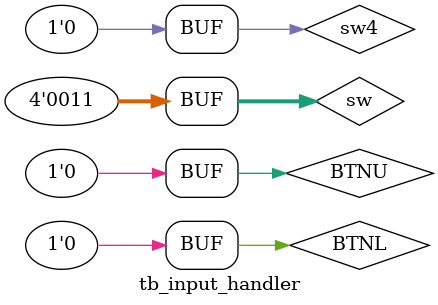
<source format=sv>
module tb_input_handler;

    // Inputs
    reg [3:0] sw;
    reg sw4;
    reg BTNL;
    reg BTNU;

    // Outputs
    wire [3:0] operand1;
    wire [3:0] operand2;
    wire confirmed_operand1;
    wire confirmed_operand2;
    wire reset;

    // Instantiate the input handler
    input_handler uut (
        .sw(sw),
        .sw4(sw4),
        .BTNL(BTNL),
        .BTNU(BTNU),
        .operand1(operand1),
        .operand2(operand2),
        .confirmed_operand1(confirmed_operand1),
        .confirmed_operand2(confirmed_operand2),
        .reset(reset)
    );

    initial begin
        // Initialize inputs
        sw = 4'b0000;
        BTNL = 0;
        BTNU = 0;
        sw4 = 0;

        // Test reset
        #10 BTNL = 1; #5 BTNL = 0;  // Trigger reset
        #10;

        // Select operand 1
        sw = 4'b1010;  // Operand 1 = 10
        #10 BTNU = 1; #5 BTNU = 0;  // Confirm operand 1
        #10;

        // Select operand 2
        sw = 4'b0011;  // Operand 2 = 3
        #10 BTNU = 1; #5 BTNU = 0;  // Confirm operand 2
        #10;

        // Check reset
        #10 BTNL = 1; #5 BTNL = 0;  // Trigger reset again
        #10;
    end

endmodule

</source>
